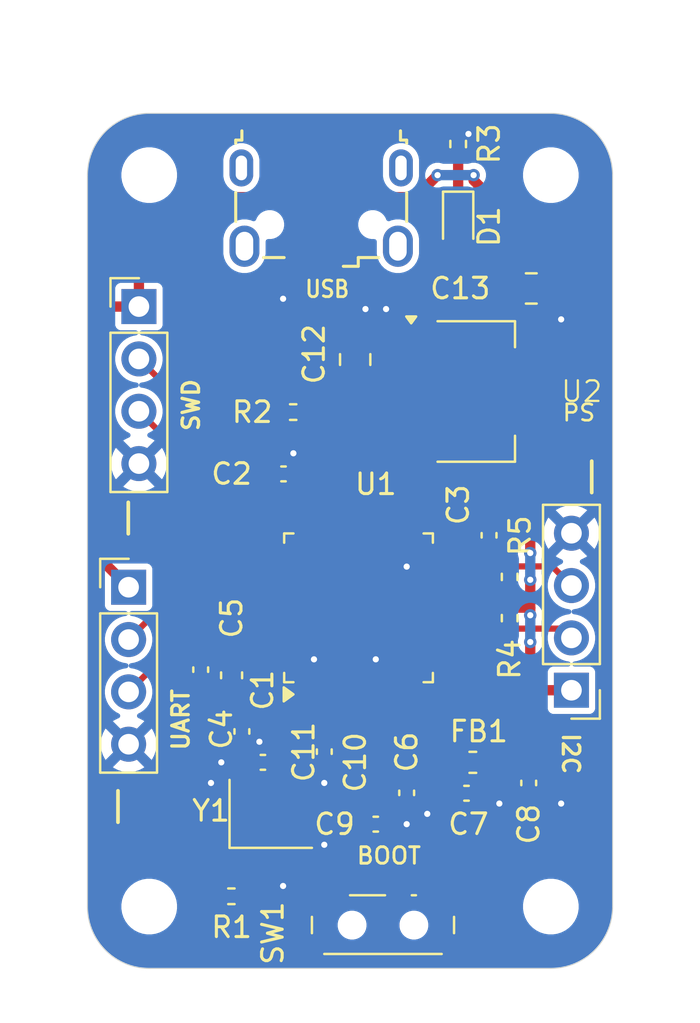
<source format=kicad_pcb>
(kicad_pcb (version 20241229) (generator "pcbnew") (generator_version "9.0")
  (layers (0 "F.Cu" signal) (2 "B.Cu" signal) (13 "F.Paste" user) (15 "B.Paste" user) (5 "F.SilkS" user "F.Silkscreen") (7 "B.SilkS" user "B.Silkscreen") (1 "F.Mask" user) (3 "B.Mask" user) (25 "Edge.Cuts" user))
  (net 0 "")
  (net 1 "GND")
  (net 2 "+3.3V")
  (net 3 "+3.3VA")
  (net 4 "/NRST")
  (net 5 "/HSE_OUT")
  (net 6 "/HSE_IN")
  (net 7 "VBUS")
  (net 8 "Net-(D1-K)")
  (net 13 "/USB_D-")
  (net 14 "/USB_D+")
  (net 16 "/SWCLK")
  (net 17 "/SWDIO")
  (net 18 "/USART1_RX")
  (net 19 "/USART1_TX")
  (net 20 "/I2C2_SCL")
  (net 21 "/I2C2_SDA")
  (net 22 "Net-(SW1-B)")
  (net 23 "Net-(U1-BOOT0)")
  (footprint "LED_SMD:LED_0603_1608Metric" (layer "F.Cu") (at 84.5 43.7875 -90)
    (property "Reference" "D1" (at 0.2125 -1.5 90) (layer "F.SilkS"))
    (property "Value" "RED")
    (pad "1" smd roundrect (at -0.7875 0 270) (size 0.875 0.95) (layers "F.Cu" "F.Mask" "F.Paste") (net 8 "Net-(D1-K)"))
    (pad "2" smd roundrect (at 0.7875 0 270) (size 0.875 0.95) (layers "F.Cu" "F.Mask" "F.Paste") (net 2 "+3.3V"))
  )
  (footprint "Capacitor_SMD:C_0402_1005Metric" (layer "F.Cu") (at 76.02 56)
    (property "Reference" "C2" (at -2.52 0 0) (layer "F.SilkS"))
    (property "Value" "100n")
    (pad "1" smd roundrect (at -0.48 0) (size 0.56 0.62) (layers "F.Cu" "F.Mask" "F.Paste") (net 2 "+3.3V"))
    (pad "2" smd roundrect (at 0.48 0) (size 0.56 0.62) (layers "F.Cu" "F.Mask" "F.Paste") (net 1 "GND"))
  )
  (footprint "Connector_PinHeader_2.54mm:PinHeader_1x04_P2.54mm_Vertical" (layer "F.Cu") (at 68.5 61.5)
    (property "Reference" "J3" (hide yes))
    (property "Value" "Conn_01x04_Pin")
    (pad "1" thru_hole rect (at 0 0) (size 1.7 1.7) (drill 1) (layers "*.Cu" "*.Mask") (net 2 "+3.3V"))
    (pad "2" thru_hole circle (at 0 2.54) (size 1.7 1.7) (drill 1) (layers "*.Cu" "*.Mask") (net 19 "/USART1_TX"))
    (pad "3" thru_hole circle (at 0 5.08) (size 1.7 1.7) (drill 1) (layers "*.Cu" "*.Mask") (net 18 "/USART1_RX"))
    (pad "4" thru_hole circle (at 0 7.62) (size 1.7 1.7) (drill 1) (layers "*.Cu" "*.Mask") (net 1 "GND"))
  )
  (footprint "Connector_PinHeader_2.54mm:PinHeader_1x04_P2.54mm_Vertical" (layer "F.Cu") (at 69 47.88)
    (property "Reference" "J2" (hide yes))
    (property "Value" "Conn_01x04_Pin")
    (pad "1" thru_hole rect (at 0 0) (size 1.7 1.7) (drill 1) (layers "*.Cu" "*.Mask") (net 2 "+3.3V"))
    (pad "2" thru_hole circle (at 0 2.54) (size 1.7 1.7) (drill 1) (layers "*.Cu" "*.Mask") (net 17 "/SWDIO"))
    (pad "3" thru_hole circle (at 0 5.08) (size 1.7 1.7) (drill 1) (layers "*.Cu" "*.Mask") (net 16 "/SWCLK"))
    (pad "4" thru_hole circle (at 0 7.62) (size 1.7 1.7) (drill 1) (layers "*.Cu" "*.Mask") (net 1 "GND"))
  )
  (footprint "Resistor_SMD:R_0402_1005Metric" (layer "F.Cu") (at 84.5 39.99 90)
    (property "Reference" "R3" (at 0.01 1.5 90) (layer "F.SilkS"))
    (property "Value" "1k5")
    (pad "1" smd roundrect (at -0.51 0 90) (size 0.54 0.64) (layers "F.Cu" "F.Mask" "F.Paste") (net 8 "Net-(D1-K)"))
    (pad "2" smd roundrect (at 0.51 0 90) (size 0.54 0.64) (layers "F.Cu" "F.Mask" "F.Paste") (net 1 "GND"))
  )
  (footprint "Capacitor_SMD:C_0402_1005Metric" (layer "F.Cu") (at 72 65.5 90)
    (property "Reference" "C1" (at -1 3 90) (layer "F.SilkS"))
    (property "Value" "100n")
    (pad "1" smd roundrect (at -0.48 0 90) (size 0.56 0.62) (layers "F.Cu" "F.Mask" "F.Paste") (net 2 "+3.3V"))
    (pad "2" smd roundrect (at 0.48 0 90) (size 0.56 0.62) (layers "F.Cu" "F.Mask" "F.Paste") (net 1 "GND"))
  )
  (footprint "Inductor_SMD:L_0603_1608Metric" (layer "F.Cu") (at 85.2125 70)
    (property "Reference" "FB1" (at 0.2875 -1.5 0) (layer "F.SilkS"))
    (property "Value" "120R")
    (pad "1" smd roundrect (at -0.7875 0) (size 0.875 0.95) (layers "F.Cu" "F.Mask" "F.Paste") (net 3 "+3.3VA"))
    (pad "2" smd roundrect (at 0.7875 0) (size 0.875 0.95) (layers "F.Cu" "F.Mask" "F.Paste") (net 2 "+3.3V"))
  )
  (footprint "Capacitor_SMD:C_0402_1005Metric" (layer "F.Cu") (at 80.5 73)
    (property "Reference" "C9" (at -2 0 0) (layer "F.SilkS"))
    (property "Value" "100n")
    (pad "1" smd roundrect (at -0.48 0) (size 0.56 0.62) (layers "F.Cu" "F.Mask" "F.Paste") (net 4 "/NRST"))
    (pad "2" smd roundrect (at 0.48 0) (size 0.56 0.62) (layers "F.Cu" "F.Mask" "F.Paste") (net 1 "GND"))
  )
  (footprint "Capacitor_SMD:C_0402_1005Metric" (layer "F.Cu") (at 84.905 71.5)
    (property "Reference" "C7" (at 0.095 1.5 0) (layer "F.SilkS"))
    (property "Value" "1u")
    (pad "1" smd roundrect (at -0.48 0) (size 0.56 0.62) (layers "F.Cu" "F.Mask" "F.Paste") (net 3 "+3.3VA"))
    (pad "2" smd roundrect (at 0.48 0) (size 0.56 0.62) (layers "F.Cu" "F.Mask" "F.Paste") (net 1 "GND"))
  )
  (footprint "Resistor_SMD:R_0402_1005Metric" (layer "F.Cu") (at 76.49 53 180)
    (property "Reference" "R2" (at 1.99 0 0) (layer "F.SilkS"))
    (property "Value" "1k5")
    (pad "1" smd roundrect (at -0.51 0 180) (size 0.54 0.64) (layers "F.Cu" "F.Mask" "F.Paste") (net 14 "/USB_D+"))
    (pad "2" smd roundrect (at 0.51 0 180) (size 0.54 0.64) (layers "F.Cu" "F.Mask" "F.Paste") (net 2 "+3.3V"))
  )
  (footprint "Resistor_SMD:R_0402_1005Metric" (layer "F.Cu") (at 87 63 90)
    (property "Reference" "R4" (at -2 0 90) (layer "F.SilkS"))
    (property "Value" "1k5")
    (pad "1" smd roundrect (at -0.51 0 90) (size 0.54 0.64) (layers "F.Cu" "F.Mask" "F.Paste") (net 20 "/I2C2_SCL"))
    (pad "2" smd roundrect (at 0.51 0 90) (size 0.54 0.64) (layers "F.Cu" "F.Mask" "F.Paste") (net 2 "+3.3V"))
  )
  (footprint "Capacitor_SMD:C_0402_1005Metric" (layer "F.Cu") (at 78 69.48 -90)
    (property "Reference" "C10" (at 0.52 -1.5 90) (layer "F.SilkS"))
    (property "Value" "10p")
    (pad "1" smd roundrect (at -0.48 0 270) (size 0.56 0.62) (layers "F.Cu" "F.Mask" "F.Paste") (net 5 "/HSE_OUT"))
    (pad "2" smd roundrect (at 0.48 0 270) (size 0.56 0.62) (layers "F.Cu" "F.Mask" "F.Paste") (net 1 "GND"))
  )
  (footprint "MountingHole:MountingHole_2.2mm_M2" (layer "F.Cu") (at 69.5 77)
    (property "Reference" "H4" (hide yes))
    (property "Value" "MountingHole")
    (pad "" np_thru_hole circle (at 0 0) (size 2.2 2.2) (drill 2.2) (layers "*.Cu" "*.Mask"))
  )
  (footprint "Resistor_SMD:R_0402_1005Metric" (layer "F.Cu") (at 73.49 76.5 180)
    (property "Reference" "R1" (at -0.01 -1.5 0) (layer "F.SilkS"))
    (property "Value" "10K")
    (pad "1" smd roundrect (at -0.51 0 180) (size 0.54 0.64) (layers "F.Cu" "F.Mask" "F.Paste") (net 22 "Net-(SW1-B)"))
    (pad "2" smd roundrect (at 0.51 0 180) (size 0.54 0.64) (layers "F.Cu" "F.Mask" "F.Paste") (net 23 "Net-(U1-BOOT0)"))
  )
  (footprint "Capacitor_SMD:C_0603_1608Metric" (layer "F.Cu") (at 73.5 65.775 90)
    (property "Reference" "C5" (at 2.775 0 90) (layer "F.SilkS"))
    (property "Value" "10u")
    (pad "1" smd roundrect (at -0.775 0 90) (size 0.9 0.95) (layers "F.Cu" "F.Mask" "F.Paste") (net 2 "+3.3V"))
    (pad "2" smd roundrect (at 0.775 0 90) (size 0.9 0.95) (layers "F.Cu" "F.Mask" "F.Paste") (net 1 "GND"))
  )
  (footprint "Capacitor_SMD:C_0805_2012Metric" (layer "F.Cu") (at 79.5 50.45 90)
    (property "Reference" "C12" (at 0.261252 -2 90) (layer "F.SilkS"))
    (property "Value" "22u")
    (pad "1" smd roundrect (at -0.95 0 90) (size 1 1.45) (layers "F.Cu" "F.Mask" "F.Paste") (net 7 "VBUS"))
    (pad "2" smd roundrect (at 0.95 0 90) (size 1 1.45) (layers "F.Cu" "F.Mask" "F.Paste") (net 1 "GND"))
  )
  (footprint "Package_TO_SOT_SMD:SOT-223-3_TabPin2" (layer "F.Cu") (at 85.35 52)
    (property "Reference" "U2" (at 5.15 0 0) (layer "F.SilkS") (effects (font (thickness 0.11))))
    (property "Value" "AMS1117-3.3")
    (pad "1" smd roundrect (at -3.15 -2.3) (size 2 1.5) (layers "F.Cu" "F.Mask" "F.Paste") (net 1 "GND"))
    (pad "2" smd roundrect (at -3.15 0) (size 2 1.5) (layers "F.Cu" "F.Mask" "F.Paste") (net 2 "+3.3V"))
    (pad "2" smd roundrect (at 3.15 0) (size 2 3.8) (layers "F.Cu" "F.Mask" "F.Paste") (net 2 "+3.3V"))
    (pad "3" smd roundrect (at -3.15 2.3) (size 2 1.5) (layers "F.Cu" "F.Mask" "F.Paste") (net 7 "VBUS"))
  )
  (footprint "Capacitor_SMD:C_0402_1005Metric" (layer "F.Cu") (at 87.925 71 -90)
    (property "Reference" "C8" (at 2 0 90) (layer "F.SilkS"))
    (property "Value" "1u")
    (pad "1" smd roundrect (at -0.48 0 270) (size 0.56 0.62) (layers "F.Cu" "F.Mask" "F.Paste") (net 2 "+3.3V"))
    (pad "2" smd roundrect (at 0.48 0 270) (size 0.56 0.62) (layers "F.Cu" "F.Mask" "F.Paste") (net 1 "GND"))
  )
  (footprint "Package_QFP:LQFP-48_7x7mm_P0.5mm" (layer "F.Cu") (at 79.6625 62.5 90)
    (property "Reference" "U1" (at 6 0.8375 180) (layer "F.SilkS"))
    (property "Value" "STM32F103C8T6")
    (pad "1" smd roundrect (at -4.1625 -2.75 90) (size 1.475 0.3) (layers "F.Cu" "F.Mask" "F.Paste") (net 2 "+3.3V"))
    (pad "2" smd roundrect (at -4.1625 -2.25 90) (size 1.475 0.3) (layers "F.Cu" "F.Mask" "F.Paste"))
    (pad "3" smd roundrect (at -4.1625 -1.75 90) (size 1.475 0.3) (layers "F.Cu" "F.Mask" "F.Paste"))
    (pad "4" smd roundrect (at -4.1625 -1.25 90) (size 1.475 0.3) (layers "F.Cu" "F.Mask" "F.Paste"))
    (pad "5" smd roundrect (at -4.1625 -0.75 90) (size 1.475 0.3) (layers "F.Cu" "F.Mask" "F.Paste") (net 6 "/HSE_IN"))
    (pad "6" smd roundrect (at -4.1625 -0.25 90) (size 1.475 0.3) (layers "F.Cu" "F.Mask" "F.Paste") (net 5 "/HSE_OUT"))
    (pad "7" smd roundrect (at -4.1625 0.25 90) (size 1.475 0.3) (layers "F.Cu" "F.Mask" "F.Paste") (net 4 "/NRST"))
    (pad "8" smd roundrect (at -4.1625 0.75 90) (size 1.475 0.3) (layers "F.Cu" "F.Mask" "F.Paste") (net 1 "GND"))
    (pad "9" smd roundrect (at -4.1625 1.25 90) (size 1.475 0.3) (layers "F.Cu" "F.Mask" "F.Paste") (net 3 "+3.3VA"))
    (pad "10" smd roundrect (at -4.1625 1.75 90) (size 1.475 0.3) (layers "F.Cu" "F.Mask" "F.Paste"))
    (pad "11" smd roundrect (at -4.1625 2.25 90) (size 1.475 0.3) (layers "F.Cu" "F.Mask" "F.Paste"))
    (pad "12" smd roundrect (at -4.1625 2.75 90) (size 1.475 0.3) (layers "F.Cu" "F.Mask" "F.Paste"))
    (pad "13" smd roundrect (at -2.75 4.1625 90) (size 0.3 1.475) (layers "F.Cu" "F.Mask" "F.Paste"))
    (pad "14" smd roundrect (at -2.25 4.1625 90) (size 0.3 1.475) (layers "F.Cu" "F.Mask" "F.Paste"))
    (pad "15" smd roundrect (at -1.75 4.1625 90) (size 0.3 1.475) (layers "F.Cu" "F.Mask" "F.Paste"))
    (pad "16" smd roundrect (at -1.25 4.1625 90) (size 0.3 1.475) (layers "F.Cu" "F.Mask" "F.Paste"))
    (pad "17" smd roundrect (at -0.75 4.1625 90) (size 0.3 1.475) (layers "F.Cu" "F.Mask" "F.Paste"))
    (pad "18" smd roundrect (at -0.25 4.1625 90) (size 0.3 1.475) (layers "F.Cu" "F.Mask" "F.Paste"))
    (pad "19" smd roundrect (at 0.25 4.1625 90) (size 0.3 1.475) (layers "F.Cu" "F.Mask" "F.Paste"))
    (pad "20" smd roundrect (at 0.75 4.1625 90) (size 0.3 1.475) (layers "F.Cu" "F.Mask" "F.Paste"))
    (pad "21" smd roundrect (at 1.25 4.1625 90) (size 0.3 1.475) (layers "F.Cu" "F.Mask" "F.Paste") (net 20 "/I2C2_SCL"))
    (pad "22" smd roundrect (at 1.75 4.1625 90) (size 0.3 1.475) (layers "F.Cu" "F.Mask" "F.Paste") (net 21 "/I2C2_SDA"))
    (pad "23" smd roundrect (at 2.25 4.1625 90) (size 0.3 1.475) (layers "F.Cu" "F.Mask" "F.Paste") (net 1 "GND"))
    (pad "24" smd roundrect (at 2.75 4.1625 90) (size 0.3 1.475) (layers "F.Cu" "F.Mask" "F.Paste") (net 2 "+3.3V"))
    (pad "25" smd roundrect (at 4.1625 2.75 90) (size 1.475 0.3) (layers "F.Cu" "F.Mask" "F.Paste"))
    (pad "26" smd roundrect (at 4.1625 2.25 90) (size 1.475 0.3) (layers "F.Cu" "F.Mask" "F.Paste"))
    (pad "27" smd roundrect (at 4.1625 1.75 90) (size 1.475 0.3) (layers "F.Cu" "F.Mask" "F.Paste"))
    (pad "28" smd roundrect (at 4.1625 1.25 90) (size 1.475 0.3) (layers "F.Cu" "F.Mask" "F.Paste"))
    (pad "29" smd roundrect (at 4.1625 0.75 90) (size 1.475 0.3) (layers "F.Cu" "F.Mask" "F.Paste"))
    (pad "30" smd roundrect (at 4.1625 0.25 90) (size 1.475 0.3) (layers "F.Cu" "F.Mask" "F.Paste"))
    (pad "31" smd roundrect (at 4.1625 -0.25 90) (size 1.475 0.3) (layers "F.Cu" "F.Mask" "F.Paste"))
    (pad "32" smd roundrect (at 4.1625 -0.75 90) (size 1.475 0.3) (layers "F.Cu" "F.Mask" "F.Paste") (net 13 "/USB_D-"))
    (pad "33" smd roundrect (at 4.1625 -1.25 90) (size 1.475 0.3) (layers "F.Cu" "F.Mask" "F.Paste") (net 14 "/USB_D+"))
    (pad "34" smd roundrect (at 4.1625 -1.75 90) (size 1.475 0.3) (layers "F.Cu" "F.Mask" "F.Paste") (net 17 "/SWDIO"))
    (pad "35" smd roundrect (at 4.1625 -2.25 90) (size 1.475 0.3) (layers "F.Cu" "F.Mask" "F.Paste") (net 1 "GND"))
    (pad "36" smd roundrect (at 4.1625 -2.75 90) (size 1.475 0.3) (layers "F.Cu" "F.Mask" "F.Paste") (net 2 "+3.3V"))
    (pad "37" smd roundrect (at 2.75 -4.1625 90) (size 0.3 1.475) (layers "F.Cu" "F.Mask" "F.Paste") (net 16 "/SWCLK"))
    (pad "38" smd roundrect (at 2.25 -4.1625 90) (size 0.3 1.475) (layers "F.Cu" "F.Mask" "F.Paste"))
    (pad "39" smd roundrect (at 1.75 -4.1625 90) (size 0.3 1.475) (layers "F.Cu" "F.Mask" "F.Paste"))
    (pad "40" smd roundrect (at 1.25 -4.1625 90) (size 0.3 1.475) (layers "F.Cu" "F.Mask" "F.Paste"))
    (pad "41" smd roundrect (at 0.75 -4.1625 90) (size 0.3 1.475) (layers "F.Cu" "F.Mask" "F.Paste"))
    (pad "42" smd roundrect (at 0.25 -4.1625 90) (size 0.3 1.475) (layers "F.Cu" "F.Mask" "F.Paste") (net 19 "/USART1_TX"))
    (pad "43" smd roundrect (at -0.25 -4.1625 90) (size 0.3 1.475) (layers "F.Cu" "F.Mask" "F.Paste") (net 18 "/USART1_RX"))
    (pad "44" smd roundrect (at -0.75 -4.1625 90) (size 0.3 1.475) (layers "F.Cu" "F.Mask" "F.Paste") (net 23 "Net-(U1-BOOT0)"))
    (pad "45" smd roundrect (at -1.25 -4.1625 90) (size 0.3 1.475) (layers "F.Cu" "F.Mask" "F.Paste"))
    (pad "46" smd roundrect (at -1.75 -4.1625 90) (size 0.3 1.475) (layers "F.Cu" "F.Mask" "F.Paste"))
    (pad "47" smd roundrect (at -2.25 -4.1625 90) (size 0.3 1.475) (layers "F.Cu" "F.Mask" "F.Paste") (net 1 "GND"))
    (pad "48" smd roundrect (at -2.75 -4.1625 90) (size 0.3 1.475) (layers "F.Cu" "F.Mask" "F.Paste") (net 2 "+3.3V"))
  )
  (footprint "MountingHole:MountingHole_2.2mm_M2" (layer "F.Cu") (at 69.5 41.5)
    (property "Reference" "H2" (hide yes))
    (property "Value" "MountingHole")
    (pad "" np_thru_hole circle (at 0 0) (size 2.2 2.2) (drill 2.2) (layers "*.Cu" "*.Mask"))
  )
  (footprint "Capacitor_SMD:C_0402_1005Metric" (layer "F.Cu") (at 82 71.48 -90)
    (property "Reference" "C6" (at -1.98 0 90) (layer "F.SilkS"))
    (property "Value" "10n")
    (pad "1" smd roundrect (at -0.48 0 270) (size 0.56 0.62) (layers "F.Cu" "F.Mask" "F.Paste") (net 3 "+3.3VA"))
    (pad "2" smd roundrect (at 0.48 0 270) (size 0.56 0.62) (layers "F.Cu" "F.Mask" "F.Paste") (net 1 "GND"))
  )
  (footprint "Capacitor_SMD:C_0805_2012Metric" (layer "F.Cu") (at 88.05 47)
    (property "Reference" "C13" (at -3.45 0 0) (layer "F.SilkS"))
    (property "Value" "22u")
    (pad "1" smd roundrect (at -0.95 0) (size 1 1.45) (layers "F.Cu" "F.Mask" "F.Paste") (net 2 "+3.3V"))
    (pad "2" smd roundrect (at 0.95 0) (size 1 1.45) (layers "F.Cu" "F.Mask" "F.Paste") (net 1 "GND"))
  )
  (footprint "Capacitor_SMD:C_0402_1005Metric" (layer "F.Cu") (at 86 58.98 -90)
    (property "Reference" "C3" (at -1.48 1.5 90) (layer "F.SilkS"))
    (property "Value" "100n")
    (pad "1" smd roundrect (at -0.48 0 270) (size 0.56 0.62) (layers "F.Cu" "F.Mask" "F.Paste") (net 2 "+3.3V"))
    (pad "2" smd roundrect (at 0.48 0 270) (size 0.56 0.62) (layers "F.Cu" "F.Mask" "F.Paste") (net 1 "GND"))
  )
  (footprint "MountingHole:MountingHole_2.2mm_M2" (layer "F.Cu") (at 89 77)
    (property "Reference" "H3" (hide yes))
    (property "Value" "MountingHole")
    (pad "" np_thru_hole circle (at 0 0) (size 2.2 2.2) (drill 2.2) (layers "*.Cu" "*.Mask"))
  )
  (footprint "Crystal:Crystal_SMD_3225-4Pin_3.2x2.5mm" (layer "F.Cu") (at 75.4 72.5)
    (property "Reference" "Y1" (at -2.9 -0.15 180) (layer "F.SilkS"))
    (property "Value" "Crystal_GND24")
    (pad "1" smd rect (at -1.1 0.85) (size 1.4 1.2) (layers "F.Cu" "F.Mask" "F.Paste") (net 6 "/HSE_IN"))
    (pad "2" smd rect (at 1.1 0.85) (size 1.4 1.2) (layers "F.Cu" "F.Mask" "F.Paste") (net 1 "GND"))
    (pad "3" smd rect (at 1.1 -0.85) (size 1.4 1.2) (layers "F.Cu" "F.Mask" "F.Paste") (net 5 "/HSE_OUT"))
    (pad "4" smd rect (at -1.1 -0.85) (size 1.4 1.2) (layers "F.Cu" "F.Mask" "F.Paste") (net 1 "GND"))
  )
  (footprint "MountingHole:MountingHole_2.2mm_M2" (layer "F.Cu") (at 89 41.5)
    (property "Reference" "H1" (hide yes))
    (property "Value" "MountingHole")
    (pad "" np_thru_hole circle (at 0 0) (size 2.2 2.2) (drill 2.2) (layers "*.Cu" "*.Mask"))
  )
  (footprint "Connector_USB:USB_Micro-B_Wuerth_629105150521" (layer "F.Cu") (at 77.85 43.1 180)
    (property "Reference" "J1" (hide yes))
    (property "Value" "USB_B_Micro")
    (pad "" np_thru_hole oval (at -2.5 -0.8 180) (size 0.8 0.8) (drill 0.8) (layers "*.Cu" "*.Mask"))
    (pad "" np_thru_hole oval (at 2.5 -0.8 180) (size 0.8 0.8) (drill 0.8) (layers "*.Cu" "*.Mask"))
    (pad "1" smd rect (at -1.3 -1.9 180) (size 0.45 1.3) (layers "F.Cu" "F.Mask" "F.Paste") (net 7 "VBUS"))
    (pad "2" smd rect (at -0.65 -1.9 180) (size 0.45 1.3) (layers "F.Cu" "F.Mask" "F.Paste") (net 13 "/USB_D-"))
    (pad "3" smd rect (at 0 -1.9 180) (size 0.45 1.3) (layers "F.Cu" "F.Mask" "F.Paste") (net 14 "/USB_D+"))
    (pad "4" smd rect (at 0.65 -1.9 180) (size 0.45 1.3) (layers "F.Cu" "F.Mask" "F.Paste"))
    (pad "5" smd rect (at 1.3 -1.9 180) (size 0.45 1.3) (layers "F.Cu" "F.Mask" "F.Paste") (net 1 "GND"))
    (pad "6" thru_hole oval (at -3.875 1.95 180) (size 1.15 1.8) (drill oval 0.55 1.2) (property pad_prop_heatsink) (layers "*.Cu" "*.Mask"))
    (pad "6" thru_hole oval (at -3.725 -1.85 180) (size 1.45 2) (drill oval 0.85 1.4) (property pad_prop_heatsink) (layers "*.Cu" "*.Mask"))
    (pad "6" thru_hole oval (at 3.725 -1.85 180) (size 1.45 2) (drill oval 0.85 1.4) (property pad_prop_heatsink) (layers "*.Cu" "*.Mask"))
    (pad "6" thru_hole oval (at 3.875 1.95 180) (size 1.15 1.8) (drill oval 0.55 1.2) (property pad_prop_heatsink) (layers "*.Cu" "*.Mask"))
  )
  (footprint "Button_Switch_SMD:SW_SPDT_PCM12" (layer "F.Cu") (at 80.85 77.57)
    (property "Reference" "SW1" (at -5.35 0.72 90) (layer "F.SilkS"))
    (property "Value" "SW_SPDT")
    (pad "" smd rect (at -3.65 -0.78) (size 1 0.8) (layers "F.Cu" "F.Mask" "F.Paste"))
    (pad "" smd rect (at -3.65 1.43) (size 1 0.8) (layers "F.Cu" "F.Mask" "F.Paste"))
    (pad "" np_thru_hole circle (at -1.5 0.33) (size 0.9 0.9) (drill 0.9) (layers "*.Cu" "*.Mask"))
    (pad "" np_thru_hole circle (at 1.5 0.33) (size 0.9 0.9) (drill 0.9) (layers "*.Cu" "*.Mask"))
    (pad "" smd rect (at 3.65 -0.78) (size 1 0.8) (layers "F.Cu" "F.Mask" "F.Paste"))
    (pad "" smd rect (at 3.65 1.43) (size 1 0.8) (layers "F.Cu" "F.Mask" "F.Paste"))
    (pad "1" smd rect (at -2.25 -1.43) (size 0.7 1.5) (layers "F.Cu" "F.Mask" "F.Paste") (net 1 "GND"))
    (pad "2" smd rect (at 0.75 -1.43) (size 0.7 1.5) (layers "F.Cu" "F.Mask" "F.Paste") (net 22 "Net-(SW1-B)"))
    (pad "3" smd rect (at 2.25 -1.43) (size 0.7 1.5) (layers "F.Cu" "F.Mask" "F.Paste") (net 2 "+3.3V"))
  )
  (footprint "Connector_PinHeader_2.54mm:PinHeader_1x04_P2.54mm_Vertical" (layer "F.Cu") (at 90 66.5 180)
    (property "Reference" "J4" (hide yes))
    (property "Value" "Conn_01x04_Pin")
    (pad "1" thru_hole rect (at 0 0 180) (size 1.7 1.7) (drill 1) (layers "*.Cu" "*.Mask") (net 2 "+3.3V"))
    (pad "2" thru_hole circle (at 0 2.54 180) (size 1.7 1.7) (drill 1) (layers "*.Cu" "*.Mask") (net 20 "/I2C2_SCL"))
    (pad "3" thru_hole circle (at 0 5.08 180) (size 1.7 1.7) (drill 1) (layers "*.Cu" "*.Mask") (net 21 "/I2C2_SDA"))
    (pad "4" thru_hole circle (at 0 7.62 180) (size 1.7 1.7) (drill 1) (layers "*.Cu" "*.Mask") (net 1 "GND"))
  )
  (footprint "Capacitor_SMD:C_0402_1005Metric" (layer "F.Cu") (at 74 68.5 -90)
    (property "Reference" "C4" (at -0.107836 1 90) (layer "F.SilkS"))
    (property "Value" "100n")
    (pad "1" smd roundrect (at -0.48 0 270) (size 0.56 0.62) (layers "F.Cu" "F.Mask" "F.Paste") (net 2 "+3.3V"))
    (pad "2" smd roundrect (at 0.48 0 270) (size 0.56 0.62) (layers "F.Cu" "F.Mask" "F.Paste") (net 1 "GND"))
  )
  (footprint "Resistor_SMD:R_0402_1005Metric" (layer "F.Cu") (at 87 61 -90)
    (property "Reference" "R5" (at -2 -0.5 90) (layer "F.SilkS"))
    (property "Value" "1k5")
    (pad "1" smd roundrect (at -0.51 0 270) (size 0.54 0.64) (layers "F.Cu" "F.Mask" "F.Paste") (net 21 "/I2C2_SDA"))
    (pad "2" smd roundrect (at 0.51 0 270) (size 0.54 0.64) (layers "F.Cu" "F.Mask" "F.Paste") (net 2 "+3.3V"))
  )
  (footprint "Capacitor_SMD:C_0402_1005Metric" (layer "F.Cu") (at 75.02 70 180)
    (property "Reference" "C11" (at -1.98 0.5 90) (layer "F.SilkS"))
    (property "Value" "10p")
    (pad "1" smd roundrect (at -0.48 0 180) (size 0.56 0.62) (layers "F.Cu" "F.Mask" "F.Paste") (net 6 "/HSE_IN"))
    (pad "2" smd roundrect (at 0.48 0 180) (size 0.56 0.62) (layers "F.Cu" "F.Mask" "F.Paste") (net 1 "GND"))
  )
  (gr_line (start 69.5 38.5) (end 89 38.5) (stroke (width 0.05)) (layer "Edge.Cuts"))
  (gr_line (start 89 80) (end 69.5 80) (stroke (width 0.05)) (layer "Edge.Cuts"))
  (gr_arc (start 89 38.5) (mid 91.12132 39.37868) (end 92 41.5) (stroke (width 0.05)) (layer "Edge.Cuts"))
  (gr_arc (start 66.5 41.5) (mid 67.37868 39.37868) (end 69.5 38.5) (stroke (width 0.05)) (layer "Edge.Cuts"))
  (gr_arc (start 69.5 80) (mid 67.37868 79.12132) (end 66.5 77) (stroke (width 0.05)) (layer "Edge.Cuts"))
  (gr_arc (start 92 77) (mid 91.12132 79.12132) (end 89 80) (stroke (width 0.05)) (layer "Edge.Cuts"))
  (gr_line (start 66.5 77) (end 66.5 41.5) (stroke (width 0.05)) (layer "Edge.Cuts"))
  (gr_line (start 92 77) (end 92 41.5) (stroke (width 0.05)) (layer "Edge.Cuts"))
  (gr_text "SWD" (at 72 54 90) (layer "F.SilkS") (effects (font (size 0.8 0.8) (thickness 0.16) (bold yes)) (justify left bottom)))
  (gr_text "PS" (at 89.5 53.5 0) (layer "F.SilkS") (effects (font (size 0.8 0.8) (thickness 0.125) (bold yes)) (justify left bottom)))
  (gr_text "USB" (at 77 47.5 0) (layer "F.SilkS") (effects (font (size 0.8 0.7) (thickness 0.14) (bold yes)) (justify left bottom)))
  (gr_text "-" (at 69.5 59.5 90) (layer "F.SilkS") (effects (font (size 2 2) (thickness 0.18)) (justify left bottom)))
  (gr_text "UART" (at 71.5 69.5 90) (layer "F.SilkS") (effects (font (size 0.8 0.8) (thickness 0.16) (bold yes)) (justify left bottom)))
  (gr_text "BOOT" (at 79.5 75 0) (layer "F.SilkS") (effects (font (size 0.8 0.8) (thickness 0.14) (bold yes)) (justify left bottom)))
  (gr_text "I2C" (at 89.5 68.5 270) (layer "F.SilkS") (effects (font (size 0.8 0.8) (thickness 0.16) (bold yes)) (justify left bottom)))
  (gr_text "-" (at 92 57.5 90) (layer "F.SilkS") (effects (font (size 2 2) (thickness 0.18)) (justify left bottom)))
  (gr_text "-" (at 69 73.5 90) (layer "F.SilkS") (effects (font (size 2 2) (thickness 0.18)) (justify left bottom)))
  (segment (start 76.5 75.5) (end 77.96 75.5) (width 0.5) (layer "F.Cu") (net 1))
  (segment (start 84.5 39.48) (end 84.98 39.48) (width 0.5) (layer "F.Cu") (net 1))
  (segment (start 75.5 64.75) (end 77.25 64.75) (width 0.3) (layer "F.Cu") (net 1))
  (segment (start 78 69.96) (end 78 71) (width 0.5) (layer "F.Cu") (net 1))
  (segment (start 77.5 73) (end 76.5 73) (width 0.5) (layer "F.Cu") (net 1))
  (segment (start 74.54 70) (end 73 70) (width 0.5) (layer "F.Cu") (net 1))
  (segment (start 88.98 71.48) (end 89.5 72) (width 0.5) (layer "F.Cu") (net 1))
  (segment (start 76 76) (end 76.5 75.5) (width 0.5) (layer "F.Cu") (net 1))
  (segment (start 82 73) (end 80.98 73) (width 0.5) (layer "F.Cu") (net 1))
  (segment (start 73.48 65.02) (end 73.5 65) (width 0.5) (layer "F.Cu") (net 1))
  (segment (start 80.4125 66.6625) (end 80.4125 71.4125) (width 0.3) (layer "F.Cu") (net 1))
  (segment (start 82.25 60.25) (end 82 60.5) (width 0.3) (layer "F.Cu") (net 1))
  (segment (start 76.5 56) (end 76.5 55) (width 0.5) (layer "F.Cu") (net 1))
  (segment (start 76.55 46.95) (end 76 47.5) (width 0.3) (layer "F.Cu") (net 1))
  (segment (start 76 76) (end 75.979484 76.020516) (width 0.5) (layer "F.Cu") (net 1))
  (segment (start 78 74) (end 78 73.5) (width 0.5) (layer "F.Cu") (net 1))
  (segment (start 72.8 71.3) (end 72.5 71) (width 0.5) (layer "F.Cu") (net 1))
  (segment (start 82 71.96) (end 82.46 71.96) (width 0.5) (layer "F.Cu") (net 1))
  (segment (start 83.825 60.25) (end 84.75 60.25) (width 0.3) (layer "F.Cu") (net 1))
  (segment (start 74.3 71.3) (end 72.8 71.3) (width 0.5) (layer "F.Cu") (net 1))
  (segment (start 87.925 71.48) (end 88.98 71.48) (width 0.5) (layer "F.Cu") (net 1))
  (segment (start 77.25 64.75) (end 77.5 65) (width 0.3) (layer "F.Cu") (net 1))
  (segment (start 79.5 48.5) (end 80 48) (width 0.5) (layer "F.Cu") (net 1))
  (segment (start 87.905 71.5) (end 87.925 71.48) (width 0.3) (layer "F.Cu") (net 1))
  (segment (start 84.98 39.48) (end 85 39.5) (width 0.5) (layer "F.Cu") (net 1))
  (segment (start 89 48) (end 89.5 48.5) (width 0.5) (layer "F.Cu") (net 1))
  (segment (start 72 65.02) (end 73.48 65.02) (width 0.5) (layer "F.Cu") (net 1))
  (segment (start 82.2 49.7) (end 82.2 49.2) (width 0.5) (layer "F.Cu") (net 1))
  (segment (start 85.54 59.46) (end 86 59.46) (width 0.3) (layer "F.Cu") (net 1))
  (segment (start 80.4125 65.0875) (end 80.5 65) (width 0.3) (layer "F.Cu") (net 1))
  (segment (start 89 47) (end 89 48) (width 0.5) (layer "F.Cu") (net 1))
  (segment (start 76.55 45) (end 76.55 46.95) (width 0.3) (layer "F.Cu") (net 1))
  (segment (start 74.83 68.98) (end 74.85 69) (width 0.3) (layer "F.Cu") (net 1))
  (segment (start 77.4125 58.3375) (end 77.4125 56.308243) (width 0.3) (layer "F.Cu") (net 1))
  (segment (start 77.4125 56.308243) (end 77.104257 56) (width 0.3) (layer "F.Cu") (net 1))
  (segment (start 77.96 75.5) (end 78.6 76.14) (width 0.5) (layer "F.Cu") (net 1))
  (segment (start 84.75 60.25) (end 85.54 59.46) (width 0.3) (layer "F.Cu") (net 1))
  (segment (start 77.104257 56) (end 76.5 56) (width 0.3) (layer "F.Cu") (net 1))
  (segment (start 83.825 60.25) (end 82.25 60.25) (width 0.3) (layer "F.Cu") (net 1))
  (segment (start 82.46 71.96) (end 83 72.5) (width 0.5) (layer "F.Cu") (net 1))
  (segment (start 86 71.5) (end 86.5 72) (width 0.5) (layer "F.Cu") (net 1))
  (segment (start 85.385 71.5) (end 86 71.5) (width 0.5) (layer "F.Cu") (net 1))
  (segment (start 74 68.98) (end 74.83 68.98) (width 0.3) (layer "F.Cu") (net 1))
  (segment (start 84.5 39.48) (end 84.5 39.5) (width 0.5) (layer "F.Cu") (net 1))
  (segment (start 80.4125 71.4125) (end 80.96 71.96) (width 0.3) (layer "F.Cu") (net 1))
  (segment (start 80.96 71.96) (end 82 71.96) (width 0.3) (layer "F.Cu") (net 1))
  (segment (start 80.4125 66.6625) (end 80.4125 65.0875) (width 0.3) (layer "F.Cu") (net 1))
  (segment (start 79.5 49.5) (end 79.5 48.5) (width 0.5) (layer "F.Cu") (net 1))
  (segment (start 78 73.5) (end 77.5 73) (width 0.5) (layer "F.Cu") (net 1))
  (segment (start 75.5 64.75) (end 73.25 64.75) (width 0.3) (layer "F.Cu") (net 1))
  (segment (start 82.2 49.2) (end 81 48) (width 0.5) (layer "F.Cu") (net 1))
  (via (at 77.5 65) (size 0.6) (drill 0.3) (layers "F.Cu" "B.Cu") (net 1))
  (via (at 73 70) (size 0.7) (drill 0.3) (layers "F.Cu" "B.Cu") (net 1))
  (via (at 78 71) (size 0.6) (drill 0.3) (layers "F.Cu" "B.Cu") (net 1))
  (via (at 86.5 72) (size 0.6) (drill 0.3) (layers "F.Cu" "B.Cu") (net 1))
  (via (at 89.5 48.5) (size 0.6) (drill 0.3) (layers "F.Cu" "B.Cu") (net 1))
  (via (at 80 48) (size 0.6) (drill 0.3) (layers "F.Cu" "B.Cu") (net 1))
  (via (at 76 76) (size 0.6) (drill 0.3) (layers "F.Cu" "B.Cu") (net 1))
  (via (at 76.5 55) (size 0.6) (drill 0.3) (layers "F.Cu" "B.Cu") (net 1))
  (via (at 74.85 69) (size 0.6) (drill 0.3) (layers "F.Cu" "B.Cu") (net 1))
  (via (at 76 47.5) (size 0.6) (drill 0.3) (layers "F.Cu" "B.Cu") (net 1))
  (via (at 80.5 65) (size 0.6) (drill 0.3) (layers "F.Cu" "B.Cu") (net 1))
  (via (at 78 74) (size 0.6) (drill 0.3) (layers "F.Cu" "B.Cu") (net 1))
  (via (at 83 72.5) (size 0.6) (drill 0.3) (layers "F.Cu" "B.Cu") (net 1))
  (via (at 82 60.5) (size 0.6) (drill 0.3) (layers "F.Cu" "B.Cu") (net 1))
  (via (at 82 73) (size 0.6) (drill 0.3) (layers "F.Cu" "B.Cu") (net 1))
  (via (at 89.5 72) (size 0.6) (drill 0.3) (layers "F.Cu" "B.Cu") (net 1))
  (via (at 85 39.5) (size 0.6) (drill 0.3) (layers "F.Cu" "B.Cu") (net 1))
  (via (at 72.5 71) (size 0.6) (drill 0.3) (layers "F.Cu" "B.Cu") (net 1))
  (via (at 81 48) (size 0.6) (drill 0.3) (layers "F.Cu" "B.Cu") (net 1))
  (segment (start 76.9115 57) (end 76.9125 57.001) (width 0.3) (layer "F.Cu") (net 2))
  (segment (start 87.99 62.49) (end 87 62.49) (width 0.5) (layer "F.Cu") (net 2))
  (segment (start 75.54 56.54) (end 75.54 56) (width 0.3) (layer "F.Cu") (net 2))
  (segment (start 86.701 74.799) (end 83 74.799) (width 0.5) (layer "F.Cu") (net 2))
  (segment (start 67.12 47.88) (end 67 48) (width 0.5) (layer "F.Cu") (net 2))
  (segment (start 86 70) (end 86 67.5) (width 0.5) (layer "F.Cu") (net 2))
  (segment (start 75.54 56.54) (end 76 57) (width 0.3) (layer "F.Cu") (net 2))
  (segment (start 86 58.5) (end 85.5 58.5) (width 0.3) (layer "F.Cu") (net 2))
  (segment (start 88 73.5) (end 86.701 74.799) (width 0.5) (layer "F.Cu") (net 2))
  (segment (start 74 54.5) (end 75.5 56) (width 0.5) (layer "F.Cu") (net 2))
  (segment (start 82.17815 42.569) (end 82.24715 42.5) (width 0.5) (layer "F.Cu") (net 2))
  (segment (start 67 48) (end 67 60) (width 0.5) (layer "F.Cu") (net 2))
  (segment (start 82.24715 42.5) (end 82.5 42.5) (width 0.5) (layer "F.Cu") (net 2))
  (segment (start 75.5 56) (end 75.54 56) (width 0.5) (layer "F.Cu") (net 2))
  (segment (start 73.45285 42.5) (end 73.52185 42.569) (width 0.5) (layer "F.Cu") (net 2))
  (segment (start 69 45.5) (end 70.25 44.25) (width 0.5) (layer "F.Cu") (net 2))
  (segment (start 69 47.88) (end 69 45.5) (width 0.5) (layer "F.Cu") (net 2))
  (segment (start 90.5 56) (end 90.5 52) (width 0.5) (layer "F.Cu") (net 2))
  (segment (start 74.42815 42.569) (end 74.49715 42.5) (width 0.5) (layer "F.Cu") (net 2))
  (segment (start 71 73) (end 72.799 74.799) (width 0.5) (layer "F.Cu") (net 2))
  (segment (start 74.5 53) (end 74 53.5) (width 0.5) (layer "F.Cu") (net 2))
  (segment (start 74.5 53) (end 75.98 53) (width 0.5) (layer "F.Cu") (net 2))
  (segment (start 69 47.88) (end 67.12 47.88) (width 0.5) (layer "F.Cu") (net 2))
  (segment (start 72.799 74.799) (end 83 74.799) (width 0.5) (layer "F.Cu") (net 2))
  (segment (start 71.02 68.02) (end 71 68) (width 0.5) (layer "F.Cu") (net 2))
  (segment (start 72.93 65.98) (end 73.5 66.55) (width 0.5) (layer "F.Cu") (net 2))
  (segment (start 87.5 67.5) (end 88 68) (width 0.5) (layer "F.Cu") (net 2))
  (segment (start 76.9125 67.499) (end 76.292479 67.499) (width 0.3) (layer "F.Cu") (net 2))
  (segment (start 76.9125 66.6625) (end 76.9125 67.499) (width 0.3) (layer "F.Cu") (net 2))
  (segment (start 76 57) (end 76.9115 57) (width 0.3) (layer "F.Cu") (net 2))
  (segment (start 87.1 47) (end 87.1 45.6) (width 0.5) (layer "F.Cu") (net 2))
  (segment (start 84.54148 59.75) (end 83.825 59.75) (width 0.3) (layer "F.Cu") (net 2))
  (segment (start 88 62.5) (end 88 61.14) (width 0.5) (layer "F.Cu") (net 2))
  (segment (start 86 70) (end 87.405 70) (width 0.3) (layer "F.Cu") (net 2))
  (segment (start 73.52185 42.569) (end 74.42815 42.569) (width 0.5) (layer "F.Cu") (net 2))
  (segment (start 75.77148 68.02) (end 74 68.02) (width 0.3) (layer "F.Cu") (net 2))
  (segment (start 83.1 74.899) (end 83 74.799) (width 0.5) (layer "F.Cu") (net 2))
  (segment (start 82.5 42.5) (end 83.5 41.5) (width 0.5) (layer "F.Cu") (net 2))
  (segment (start 88 62.86) (end 88 62.5) (width 0.5) (layer "F.Cu") (net 2))
  (segment (start 88 66.5) (end 88 64.16) (width 0.5) (layer "F.Cu") (net 2))
  (segment (start 89.5 69) (end 90.5 70) (width 0.5) (layer "F.Cu") (net 2))
  (segment (start 90 56.5) (end 90.5 56) (width 0.5) (layer "F.Cu") (net 2))
  (segment (start 72 65.98) (end 72.93 65.98) (width 0.5) (layer "F.Cu") (net 2))
  (segment (start 82.2 52) (end 88.5 52) (width 0.5) (layer "F.Cu") (net 2))
  (segment (start 90.5 73) (end 90 73.5) (width 0.5) (layer "F.Cu") (net 2))
  (segment (start 85.5 58.5) (end 85 59) (width 0.3) (layer "F.Cu") (net 2))
  (segment (start 70.25 44.25) (end 72 42.5) (width 0.5) (layer "F.Cu") (net 2))
  (segment (start 83.1 76.14) (end 83.1 74.899) (width 0.5) (layer "F.Cu") (net 2))
  (segment (start 90 45.5) (end 87 45.5) (width 0.5) (layer "F.Cu") (net 2))
  (segment (start 87 45.5) (end 84.5 45.5) (width 0.5) (layer "F.Cu") (net 2))
  (segment (start 74.49715 42.5) (end 81.20285 42.5) (width 0.5) (layer "F.Cu") (net 2))
  (segment (start 90.5 70) (end 90.5 73) (width 0.5) (layer "F.Cu") (net 2))
  (segment (start 75.98 53) (end 75.98 49.98) (width 0.5) (layer "F.Cu") (net 2))
  (segment (start 88 69) (end 89.5 69) (width 0.5) (layer "F.Cu") (net 2))
  (segment (start 75.5 65.25) (end 74.8 65.25) (width 0.3) (layer "F.Cu") (net 2))
  (segment (start 85 59.29148) (end 84.54148 59.75) (width 0.3) (layer "F.Cu") (net 2))
  (segment (start 73.98 68) (end 74 68.02) (width 0.5) (layer "F.Cu") (net 2))
  (segment (start 88 68) (end 88 66.5) (width 0.5) (layer "F.Cu") (net 2))
  (segment (start 67 60) (end 68.5 61.5) (width 0.5) (layer "F.Cu") (net 2))
  (segment (start 88 59.84) (end 88 58.5) (width 0.5) (layer "F.Cu") (net 2))
  (segment (start 87 43.5) (end 87 45.5) (width 0.5) (layer "F.Cu") (net 2))
  (segment (start 88 57) (end 88.5 56.5) (width 0.5) (layer "F.Cu") (net 2))
  (segment (start 81.27185 42.569) (end 82.17815 42.569) (width 0.5) (layer "F.Cu") (net 2))
  (segment (start 84.5 45.5) (end 84.5 44.575) (width 0.5) (layer "F.Cu") (net 2))
  (segment (start 71 66.5) (end 71 68) (width 0.5) (layer "F.Cu") (net 2))
  (segment (start 75.98 49.98) (end 71 45) (width 0.5) (layer "F.Cu") (net 2))
  (segment (start 74.8 65.25) (end 73.5 66.55) (width 0.3) (layer "F.Cu") (net 2))
  (segment (start 75.5 56.04) (end 75.54 56) (width 0.3) (layer "F.Cu") (net 2))
  (segment (start 85 59) (end 85 59.29148) (width 0.3) (layer "F.Cu") (net 2))
  (segment (start 81.20285 42.5) (end 81.27185 42.569) (width 0.5) (layer "F.Cu") (net 2))
  (segment (start 76.9125 57.001) (end 76.9125 58.3375) (width 0.3) (layer "F.Cu") (net 2))
  (segment (start 90.5 52) (end 90.5 46) (width 0.5) (layer "F.Cu") (net 2))
  (segment (start 86 67.5) (end 87.5 67.5) (width 0.5) (layer "F.Cu") (net 2))
  (segment (start 71 45) (end 70.25 44.25) (width 0.5) (layer "F.Cu") (net 2))
  (segment (start 90 73.5) (end 88 73.5) (width 0.5) (layer "F.Cu") (net 2))
  (segment (start 74 53.5) (end 74 54.5) (width 0.5) (layer "F.Cu") (net 2))
  (segment (start 71 68) (end 71 73) (width 0.5) (layer "F.Cu") (net 2))
  (segment (start 72 42.5) (end 73.45285 42.5) (width 0.5) (layer "F.Cu") (net 2))
  (segment (start 72 65.98) (end 71.52 65.98) (width 0.5) (layer "F.Cu") (net 2))
  (segment (start 71.52 65.98) (end 71 66.5) (width 0.5) (layer "F.Cu") (net 2))
  (segment (start 88.5 52) (end 90.5 52) (width 0.5) (layer "F.Cu") (net 2))
  (segment (start 87.1 45.6) (end 87 45.5) (width 0.5) (layer "F.Cu") (net 2))
  (segment (start 88 68) (end 88 69) (width 0.5) (layer "F.Cu") (net 2))
  (segment (start 87.405 70) (end 87.925 70.52) (width 0.3) (layer "F.Cu") (net 2))
  (segment (start 76.292479 67.499) (end 75.77148 68.02) (width 0.3) (layer "F.Cu") (net 2))
  (segment (start 85.25 41.75) (end 87 43.5) (width 0.5) (layer "F.Cu") (net 2))
  (segment (start 87 61.51) (end 87 62.49) (width 0.5) (layer "F.Cu") (net 2))
  (segment (start 88 62.5) (end 87.99 62.49) (width 0.5) (layer "F.Cu") (net 2))
  (segment (start 88.5 56.5) (end 90 56.5) (width 0.5) (layer "F.Cu") (net 2))
  (segment (start 74 68.02) (end 71.02 68.02) (width 0.5) (layer "F.Cu") (net 2))
  (segment (start 85.25 41.5) (end 85.25 41.75) (width 0.5) (layer "F.Cu") (net 2))
  (segment (start 88 58.5) (end 88 57) (width 0.5) (layer "F.Cu") (net 2))
  (segment (start 90.5 46) (end 90 45.5) (width 0.5) (layer "F.Cu") (net 2))
  (segment (start 88 66.5) (end 90 66.5) (width 0.5) (layer "F.Cu") (net 2))
  (segment (start 86 58.5) (end 88 58.5) (width 0.5) (layer "F.Cu") (net 2))
  (via (at 88 59.84) (size 0.6) (drill 0.3) (layers "F.Cu" "B.Cu") (net 2))
  (via (at 88 64.16) (size 0.6) (drill 0.3) (layers "F.Cu" "B.Cu") (net 2))
  (via (at 88 62.86) (size 0.6) (drill 0.3) (layers "F.Cu" "B.Cu") (net 2))
  (via (at 88 61.14) (size 0.6) (drill 0.3) (layers "F.Cu" "B.Cu") (net 2))
  (via (at 85.25 41.5) (size 0.6) (drill 0.3) (layers "F.Cu" "B.Cu") (net 2))
  (via (at 83.5 41.5) (size 0.6) (drill 0.3) (layers "F.Cu" "B.Cu") (net 2))
  (segment (start 88 61.14) (end 88 59.84) (width 0.5) (layer "B.Cu") (net 2))
  (segment (start 85.25 41.5) (end 83.5 41.5) (width 0.5) (layer "B.Cu") (net 2))
  (segment (start 88 64.16) (end 88 62.86) (width 0.5) (layer "B.Cu") (net 2))
  (segment (start 82 71) (end 83 71) (width 0.3) (layer "F.Cu") (net 3))
  (segment (start 80.9125 70.9125) (end 80.9125 66.6625) (width 0.3) (layer "F.Cu") (net 3))
  (segment (start 84.425 70) (end 83 70) (width 0.3) (layer "F.Cu") (net 3))
  (segment (start 84.425 71.5) (end 84.425 70) (width 0.3) (layer "F.Cu") (net 3))
  (segment (start 83 70) (end 83 71) (width 0.3) (layer "F.Cu") (net 3))
  (segment (start 81 71) (end 80.9125 70.9125) (width 0.3) (layer "F.Cu") (net 3))
  (segment (start 81 71) (end 82 71) (width 0.3) (layer "F.Cu") (net 3))
  (segment (start 79.9125 72.237) (end 80.02 72.3445) (width 0.3) (layer "F.Cu") (net 4))
  (segment (start 79.9125 72.237) (end 79.9125 66.6625) (width 0.3) (layer "F.Cu") (net 4))
  (segment (start 80.02 72.3445) (end 80.02 73) (width 0.3) (layer "F.Cu") (net 4))
  (segment (start 78 69) (end 79.4125 69) (width 0.3) (layer "F.Cu") (net 5))
  (segment (start 76.5 69) (end 78 69) (width 0.3) (layer "F.Cu") (net 5))
  (segment (start 79.4125 69) (end 79.4125 66.6625) (width 0.3) (layer "F.Cu") (net 5))
  (segment (start 76.5 71.3) (end 76.5 69) (width 0.3) (layer "F.Cu") (net 5))
  (segment (start 75.5 69) (end 76.5 68) (width 0.3) (layer "F.Cu") (net 6))
  (segment (start 74.65 73.35) (end 75.449 72.551) (width 0.3) (layer "F.Cu") (net 6))
  (segment (start 78.9125 67.5875) (end 78.9125 66.6625) (width 0.3) (layer "F.Cu") (net 6))
  (segment (start 74.3 73.35) (end 74.65 73.35) (width 0.3) (layer "F.Cu") (net 6))
  (segment (start 74.3 73) (end 74.5 73) (width 0.3) (layer "F.Cu") (net 6))
  (segment (start 76.5 68) (end 78.5 68) (width 0.3) (layer "F.Cu") (net 6))
  (segment (start 75.5 70) (end 75.5 69) (width 0.3) (layer "F.Cu") (net 6))
  (segment (start 78.5 68) (end 78.9125 67.5875) (width 0.3) (layer "F.Cu") (net 6))
  (segment (start 75.449 70.051) (end 75.5 70) (width 0.3) (layer "F.Cu") (net 6))
  (segment (start 73.949 73) (end 73.8 73) (width 0.3) (layer "F.Cu") (net 6))
  (segment (start 75.449 72.551) (end 75.449 70.051) (width 0.3) (layer "F.Cu") (net 6))
  (segment (start 82 54.5) (end 82.2 54.3) (width 0.3) (layer "F.Cu") (net 7))
  (segment (start 78.001 49.901) (end 79.5 51.4) (width 0.3) (layer "F.Cu") (net 7))
  (segment (start 80.8 54.3) (end 82.2 54.3) (width 0.5) (layer "F.Cu") (net 7))
  (segment (start 79.15 45) (end 79.15 47.35) (width 0.3) (layer "F.Cu") (net 7))
  (segment (start 80 53.5) (end 80.8 54.3) (width 0.5) (layer "F.Cu") (net 7))
  (segment (start 80 51.9) (end 80 53.5) (width 0.5) (layer "F.Cu") (net 7))
  (segment (start 79.15 47.35) (end 79.001 47.499) (width 0.3) (layer "F.Cu") (net 7))
  (segment (start 79.001 47.707521) (end 78.001 48.70752) (width 0.3) (layer "F.Cu") (net 7))
  (segment (start 79.001 47.499) (end 79.001 47.707521) (width 0.3) (layer "F.Cu") (net 7))
  (segment (start 79.5 51.4) (end 80 51.9) (width 0.5) (layer "F.Cu") (net 7))
  (segment (start 78.001 48.70752) (end 78.001 49.901) (width 0.3) (layer "F.Cu") (net 7))
  (segment (start 84.5 43) (end 84.5 40.5) (width 0.5) (layer "F.Cu") (net 8))
  (segment (start 78.5 47.5) (end 78.5 45) (width 0.3) (layer "F.Cu") (net 13))
  (segment (start 77.5 52) (end 77.5 48.5) (width 0.3) (layer "F.Cu") (net 13))
  (segment (start 78.9125 53.4125) (end 77.5 52) (width 0.3) (layer "F.Cu") (net 13))
  (segment (start 78.9125 58.3375) (end 78.9125 53.4125) (width 0.3) (layer "F.Cu") (net 13))
  (segment (start 77.5 48.5) (end 78.5 47.5) (width 0.3) (layer "F.Cu") (net 13))
  (segment (start 77.85 46.65) (end 77.85 45) (width 0.3) (layer "F.Cu") (net 14))
  (segment (start 78.4125 55.4125) (end 77 54) (width 0.3) (layer "F.Cu") (net 14))
  (segment (start 77 47.5) (end 77.85 46.65) (width 0.3) (layer "F.Cu") (net 14))
  (segment (start 77 53) (end 77 47.5) (width 0.3) (layer "F.Cu") (net 14))
  (segment (start 78.4125 58.3375) (end 78.4125 55.4125) (width 0.3) (layer "F.Cu") (net 14))
  (segment (start 77 54) (end 77 53) (width 0.3) (layer "F.Cu") (net 14))
  (segment (start 71.5 55.46) (end 69 52.96) (width 0.3) (layer "F.Cu") (net 16))
  (segment (start 71.5 56.5) (end 71.5 55.46) (width 0.3) (layer "F.Cu") (net 16))
  (segment (start 74.75 59.75) (end 71.5 56.5) (width 0.3) (layer "F.Cu") (net 16))
  (segment (start 75.5 59.75) (end 74.75 59.75) (width 0.3) (layer "F.Cu") (net 16))
  (segment (start 76.092034 59) (end 75 59) (width 0.3) (layer "F.Cu") (net 17))
  (segment (start 77.9125 59.4125) (end 77.825 59.5) (width 0.3) (layer "F.Cu") (net 17))
  (segment (start 72.5 56.5) (end 72.5 53.92) (width 0.3) (layer "F.Cu") (net 17))
  (segment (start 77.825 59.5) (end 76.592034 59.5) (width 0.3) (layer "F.Cu") (net 17))
  (segment (start 75 59) (end 72.5 56.5) (width 0.3) (layer "F.Cu") (net 17))
  (segment (start 72.5 53.92) (end 69 50.42) (width 0.3) (layer "F.Cu") (net 17))
  (segment (start 77.9125 58.3375) (end 77.9125 59.4125) (width 0.3) (layer "F.Cu") (net 17))
  (segment (start 76.592034 59.5) (end 76.092034 59) (width 0.3) (layer "F.Cu") (net 17))
  (segment (start 70 64) (end 70 65.08) (width 0.3) (layer "F.Cu") (net 18))
  (segment (start 75.5 62.75) (end 71.25 62.75) (width 0.3) (layer "F.Cu") (net 18))
  (segment (start 70 65.08) (end 68.5 66.58) (width 0.3) (layer "F.Cu") (net 18))
  (segment (start 71.25 62.75) (end 70 64) (width 0.3) (layer "F.Cu") (net 18))
  (segment (start 75.5 62.25) (end 70.29 62.25) (width 0.3) (layer "F.Cu") (net 19))
  (segment (start 70.29 62.25) (end 68.5 64.04) (width 0.3) (layer "F.Cu") (net 19))
  (segment (start 83.825 61.25) (end 84.75 61.25) (width 0.3) (layer "F.Cu") (net 20))
  (segment (start 87 63.51) (end 89.55 63.51) (width 0.3) (layer "F.Cu") (net 20))
  (segment (start 86.51 63.51) (end 87 63.51) (width 0.3) (layer "F.Cu") (net 20))
  (segment (start 84.75 61.25) (end 85.5 62) (width 0.3) (layer "F.Cu") (net 20))
  (segment (start 85.5 62) (end 85.5 62.5) (width 0.3) (layer "F.Cu") (net 20))
  (segment (start 89.55 63.51) (end 90 63.96) (width 0.3) (layer "F.Cu") (net 20))
  (segment (start 85.5 62.5) (end 86.51 63.51) (width 0.3) (layer "F.Cu") (net 20))
  (segment (start 85.51 60.49) (end 85.25 60.75) (width 0.3) (layer "F.Cu") (net 21))
  (segment (start 87 60.49) (end 85.51 60.49) (width 0.3) (layer "F.Cu") (net 21))
  (segment (start 83.825 60.75) (end 85.25 60.75) (width 0.3) (layer "F.Cu") (net 21))
  (segment (start 87 60.49) (end 89.07 60.49) (width 0.3) (layer "F.Cu") (net 21))
  (segment (start 89.07 60.49) (end 90 61.42) (width 0.3) (layer "F.Cu") (net 21))
  (segment (start 74.308 76.5) (end 75.808 78) (width 0.3) (layer "F.Cu") (net 22))
  (segment (start 74 76.5) (end 74.308 76.5) (width 0.3) (layer "F.Cu") (net 22))
  (segment (start 79 79) (end 81.5 79) (width 0.3) (layer "F.Cu") (net 22))
  (segment (start 81.5 79) (end 81.5 76.24) (width 0.3) (layer "F.Cu") (net 22))
  (segment (start 75.808 78) (end 78 78) (width 0.3) (layer "F.Cu") (net 22))
  (segment (start 81.5 76.24) (end 81.6 76.14) (width 0.3) (layer "F.Cu") (net 22))
  (segment (start 78 78) (end 79 79) (width 0.3) (layer "F.Cu") (net 22))
  (segment (start 71 65) (end 70 66) (width 0.3) (layer "F.Cu") (net 23))
  (segment (start 70 66) (end 70 73.5) (width 0.3) (layer "F.Cu") (net 23))
  (segment (start 72.98 76.48) (end 72.98 76.5) (width 0.3) (layer "F.Cu") (net 23))
  (segment (start 70 73.5) (end 72.98 76.48) (width 0.3) (layer "F.Cu") (net 23))
  (segment (start 75.5 63.25) (end 71.75 63.25) (width 0.3) (layer "F.Cu") (net 23))
  (segment (start 71 64) (end 71 65) (width 0.3) (layer "F.Cu") (net 23))
  (segment (start 71.75 63.25) (end 71 64) (width 0.3) (layer "F.Cu") (net 23))
  (zone (net 1) (net_name "GND") (layer "B.Cu") (connect_pads (clearance 0.3)) (min_thickness 0.25) (fill yes (thermal_gap 0.5) (thermal_bridge_width 0.5))
    (polygon (pts (xy 65 33) (xy 93 33) (xy 93 81.5) (xy 65 81.5)))
  )
)
</source>
